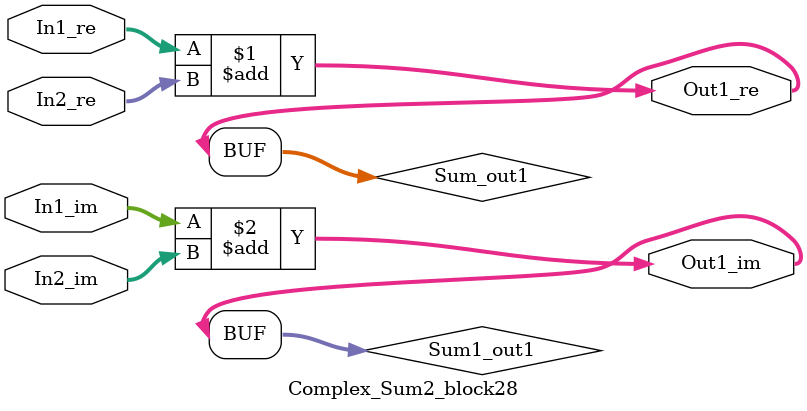
<source format=v>



`timescale 1 ns / 1 ns

module Complex_Sum2_block28
          (In1_re,
           In1_im,
           In2_re,
           In2_im,
           Out1_re,
           Out1_im);


  input   signed [36:0] In1_re;  // sfix37_En22
  input   signed [36:0] In1_im;  // sfix37_En22
  input   signed [36:0] In2_re;  // sfix37_En22
  input   signed [36:0] In2_im;  // sfix37_En22
  output  signed [36:0] Out1_re;  // sfix37_En22
  output  signed [36:0] Out1_im;  // sfix37_En22


  wire signed [36:0] Sum_out1;  // sfix37_En22
  wire signed [36:0] Sum1_out1;  // sfix37_En22


  assign Sum_out1 = In1_re + In2_re;



  assign Out1_re = Sum_out1;

  assign Sum1_out1 = In1_im + In2_im;



  assign Out1_im = Sum1_out1;

endmodule  // Complex_Sum2_block28


</source>
